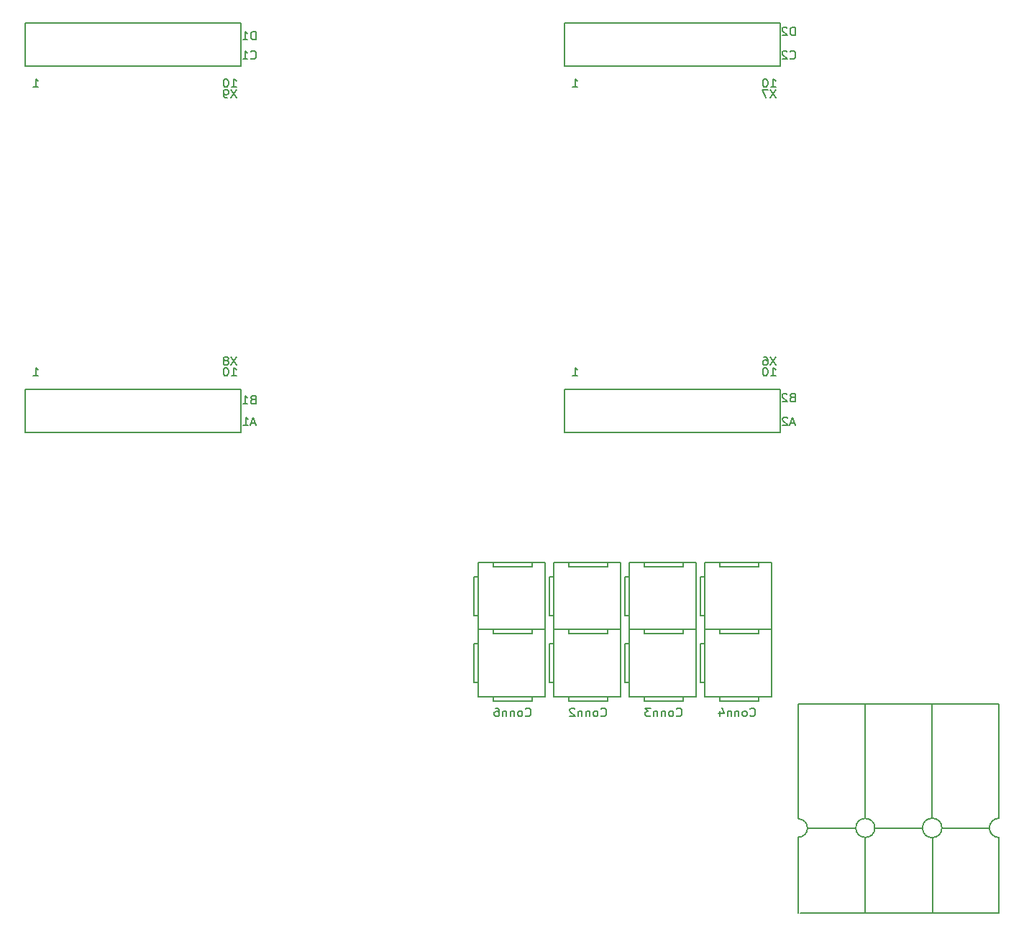
<source format=gbr>
%TF.GenerationSoftware,KiCad,Pcbnew,(5.1.6)-1*%
%TF.CreationDate,2020-11-24T13:28:34-06:00*%
%TF.ProjectId,Armboard,41726d62-6f61-4726-942e-6b696361645f,rev?*%
%TF.SameCoordinates,Original*%
%TF.FileFunction,Legend,Bot*%
%TF.FilePolarity,Positive*%
%FSLAX46Y46*%
G04 Gerber Fmt 4.6, Leading zero omitted, Abs format (unit mm)*
G04 Created by KiCad (PCBNEW (5.1.6)-1) date 2020-11-24 13:28:34*
%MOMM*%
%LPD*%
G01*
G04 APERTURE LIST*
%ADD10C,0.150000*%
G04 APERTURE END LIST*
D10*
%TO.C,U2*%
X100584000Y-103632000D02*
X100584000Y-98552000D01*
X100584000Y-98552000D02*
X75184000Y-98552000D01*
X75184000Y-98552000D02*
X75184000Y-103632000D01*
X75184000Y-103632000D02*
X100584000Y-103632000D01*
X100584000Y-60452000D02*
X100584000Y-55372000D01*
X100584000Y-55372000D02*
X75184000Y-55372000D01*
X75184000Y-55372000D02*
X75184000Y-60452000D01*
X75184000Y-60452000D02*
X100584000Y-60452000D01*
X164084000Y-98552000D02*
X138684000Y-98552000D01*
X138684000Y-60452000D02*
X164084000Y-60452000D01*
X164084000Y-103632000D02*
X164084000Y-98552000D01*
X138684000Y-98552000D02*
X138684000Y-103632000D01*
X138684000Y-103632000D02*
X164084000Y-103632000D01*
X164084000Y-60452000D02*
X164084000Y-55372000D01*
X164084000Y-55372000D02*
X138684000Y-55372000D01*
X138684000Y-55372000D02*
X138684000Y-60452000D01*
%TO.C,Conn1*%
X172948600Y-150241000D02*
X167386000Y-150241000D01*
X175234600Y-150241000D02*
G75*
G03*
X175234600Y-150241000I-1117600J0D01*
G01*
X166243000Y-151384000D02*
X166243000Y-160274000D01*
X166243000Y-149123400D02*
X166243000Y-135640000D01*
X189865000Y-151384000D02*
X189865000Y-152603200D01*
X174117000Y-147929600D02*
X174117000Y-149123400D01*
X176428400Y-150241000D02*
X175260000Y-150241000D01*
X174117000Y-152552400D02*
X174117000Y-151384000D01*
X189865000Y-147980400D02*
X189865000Y-149072600D01*
X188722000Y-150241000D02*
X187553600Y-150241000D01*
X179705000Y-150241000D02*
X180848000Y-150241000D01*
X182016400Y-160274000D02*
X182016400Y-151384000D01*
X184277000Y-150241000D02*
X183134000Y-150241000D01*
X181991000Y-147955000D02*
X181991000Y-149098000D01*
X179705000Y-150241000D02*
X176403000Y-150241000D01*
X181991000Y-147955000D02*
X181991000Y-135636000D01*
X184277000Y-150241000D02*
X187553600Y-150241000D01*
X183134000Y-150241000D02*
G75*
G03*
X183134000Y-150241000I-1143000J0D01*
G01*
X174117000Y-147955000D02*
X174117000Y-135636000D01*
X174117000Y-152527000D02*
X174117000Y-160274000D01*
X189865000Y-160274000D02*
X189865000Y-152527000D01*
X189865000Y-147955000D02*
X189865000Y-135636000D01*
X166495000Y-160278000D02*
X189867000Y-160278000D01*
X166243000Y-135640000D02*
X189867000Y-135640000D01*
X189865000Y-151384000D02*
G75*
G02*
X188722000Y-150241000I0J1143000D01*
G01*
X188722000Y-150241000D02*
G75*
G02*
X189865000Y-149098000I1143000J0D01*
G01*
X167309800Y-150266400D02*
G75*
G02*
X166243000Y-151333200I-1066800J0D01*
G01*
X166243000Y-149174200D02*
G75*
G02*
X167309800Y-150241000I0J-1066800D01*
G01*
%TO.C,Conn4*%
X155220000Y-126860000D02*
X155220000Y-134760000D01*
X163120000Y-126860000D02*
X163120000Y-134760000D01*
X161570000Y-134760000D02*
X161570000Y-135268000D01*
X156998000Y-135268000D02*
X156998000Y-134760000D01*
X161570000Y-135268000D02*
X156998000Y-135268000D01*
X155220000Y-133109000D02*
X154712000Y-133109000D01*
X154712000Y-133109000D02*
X154712000Y-128537000D01*
X154712000Y-128537000D02*
X155220000Y-128537000D01*
X155220000Y-134760000D02*
X163120000Y-134760000D01*
X161570000Y-127368600D02*
X156998000Y-127368600D01*
X155220000Y-126860000D02*
X163120000Y-126860000D01*
X156998000Y-127368600D02*
X156998000Y-126860600D01*
X161570000Y-126860600D02*
X161570000Y-127368600D01*
X155220000Y-125232000D02*
X154712000Y-125232000D01*
X163120000Y-118960000D02*
X163120000Y-126860000D01*
X154712000Y-125232000D02*
X154712000Y-120660000D01*
X154712000Y-120660000D02*
X155220000Y-120660000D01*
X156998000Y-119468000D02*
X156998000Y-118960000D01*
X161570000Y-118960000D02*
X161570000Y-119468000D01*
X155220000Y-118960000D02*
X155220000Y-126860000D01*
X155220000Y-118960000D02*
X163120000Y-118960000D01*
X161570000Y-119468000D02*
X156998000Y-119468000D01*
%TO.C,Conn3*%
X146304000Y-126847000D02*
X146304000Y-134747000D01*
X154204000Y-126847000D02*
X154204000Y-134747000D01*
X152654000Y-134747000D02*
X152654000Y-135255000D01*
X148082000Y-135255000D02*
X148082000Y-134747000D01*
X152654000Y-135255000D02*
X148082000Y-135255000D01*
X146304000Y-133096000D02*
X145796000Y-133096000D01*
X145796000Y-133096000D02*
X145796000Y-128524000D01*
X145796000Y-128524000D02*
X146304000Y-128524000D01*
X146304000Y-134747000D02*
X154204000Y-134747000D01*
X152654000Y-127355600D02*
X148082000Y-127355600D01*
X146304000Y-126847000D02*
X154204000Y-126847000D01*
X148082000Y-127355600D02*
X148082000Y-126847600D01*
X152654000Y-126847600D02*
X152654000Y-127355600D01*
X146304000Y-125219000D02*
X145796000Y-125219000D01*
X154204000Y-118947000D02*
X154204000Y-126847000D01*
X145796000Y-125219000D02*
X145796000Y-120647000D01*
X145796000Y-120647000D02*
X146304000Y-120647000D01*
X148082000Y-119455000D02*
X148082000Y-118947000D01*
X152654000Y-118947000D02*
X152654000Y-119455000D01*
X146304000Y-118947000D02*
X146304000Y-126847000D01*
X146304000Y-118947000D02*
X154204000Y-118947000D01*
X152654000Y-119455000D02*
X148082000Y-119455000D01*
%TO.C,Conn2*%
X137440000Y-126860000D02*
X137440000Y-134760000D01*
X145340000Y-126860000D02*
X145340000Y-134760000D01*
X143790000Y-134760000D02*
X143790000Y-135268000D01*
X139218000Y-135268000D02*
X139218000Y-134760000D01*
X143790000Y-135268000D02*
X139218000Y-135268000D01*
X137440000Y-133109000D02*
X136932000Y-133109000D01*
X136932000Y-133109000D02*
X136932000Y-128537000D01*
X136932000Y-128537000D02*
X137440000Y-128537000D01*
X137440000Y-134760000D02*
X145340000Y-134760000D01*
X143790000Y-127368600D02*
X139218000Y-127368600D01*
X137440000Y-126860000D02*
X145340000Y-126860000D01*
X139218000Y-127368600D02*
X139218000Y-126860600D01*
X143790000Y-126860600D02*
X143790000Y-127368600D01*
X137440000Y-125232000D02*
X136932000Y-125232000D01*
X145340000Y-118960000D02*
X145340000Y-126860000D01*
X136932000Y-125232000D02*
X136932000Y-120660000D01*
X136932000Y-120660000D02*
X137440000Y-120660000D01*
X139218000Y-119468000D02*
X139218000Y-118960000D01*
X143790000Y-118960000D02*
X143790000Y-119468000D01*
X137440000Y-118960000D02*
X137440000Y-126860000D01*
X137440000Y-118960000D02*
X145340000Y-118960000D01*
X143790000Y-119468000D02*
X139218000Y-119468000D01*
%TO.C,Conn6*%
X128550000Y-126860000D02*
X128550000Y-134760000D01*
X136450000Y-126860000D02*
X136450000Y-134760000D01*
X134900000Y-134760000D02*
X134900000Y-135268000D01*
X130328000Y-135268000D02*
X130328000Y-134760000D01*
X134900000Y-135268000D02*
X130328000Y-135268000D01*
X128550000Y-133109000D02*
X128042000Y-133109000D01*
X128042000Y-133109000D02*
X128042000Y-128537000D01*
X128042000Y-128537000D02*
X128550000Y-128537000D01*
X128550000Y-134760000D02*
X136450000Y-134760000D01*
X134900000Y-127368600D02*
X130328000Y-127368600D01*
X128550000Y-126860000D02*
X136450000Y-126860000D01*
X130328000Y-127368600D02*
X130328000Y-126860600D01*
X134900000Y-126860600D02*
X134900000Y-127368600D01*
X128550000Y-125232000D02*
X128042000Y-125232000D01*
X136450000Y-118960000D02*
X136450000Y-126860000D01*
X128042000Y-125232000D02*
X128042000Y-120660000D01*
X128042000Y-120660000D02*
X128550000Y-120660000D01*
X130328000Y-119468000D02*
X130328000Y-118960000D01*
X134900000Y-118960000D02*
X134900000Y-119468000D01*
X128550000Y-118960000D02*
X128550000Y-126860000D01*
X128550000Y-118960000D02*
X136450000Y-118960000D01*
X134900000Y-119468000D02*
X130328000Y-119468000D01*
%TO.C,U2*%
X76168285Y-96972380D02*
X76739714Y-96972380D01*
X76454000Y-96972380D02*
X76454000Y-95972380D01*
X76549238Y-96115238D01*
X76644476Y-96210476D01*
X76739714Y-96258095D01*
X76168285Y-62936380D02*
X76739714Y-62936380D01*
X76454000Y-62936380D02*
X76454000Y-61936380D01*
X76549238Y-62079238D01*
X76644476Y-62174476D01*
X76739714Y-62222095D01*
X139668285Y-62936380D02*
X140239714Y-62936380D01*
X139954000Y-62936380D02*
X139954000Y-61936380D01*
X140049238Y-62079238D01*
X140144476Y-62174476D01*
X140239714Y-62222095D01*
X165814285Y-102528666D02*
X165338095Y-102528666D01*
X165909523Y-102814380D02*
X165576190Y-101814380D01*
X165242857Y-102814380D01*
X164957142Y-101909619D02*
X164909523Y-101862000D01*
X164814285Y-101814380D01*
X164576190Y-101814380D01*
X164480952Y-101862000D01*
X164433333Y-101909619D01*
X164385714Y-102004857D01*
X164385714Y-102100095D01*
X164433333Y-102242952D01*
X165004761Y-102814380D01*
X164385714Y-102814380D01*
X165504761Y-99496571D02*
X165361904Y-99544190D01*
X165314285Y-99591809D01*
X165266666Y-99687047D01*
X165266666Y-99829904D01*
X165314285Y-99925142D01*
X165361904Y-99972761D01*
X165457142Y-100020380D01*
X165838095Y-100020380D01*
X165838095Y-99020380D01*
X165504761Y-99020380D01*
X165409523Y-99068000D01*
X165361904Y-99115619D01*
X165314285Y-99210857D01*
X165314285Y-99306095D01*
X165361904Y-99401333D01*
X165409523Y-99448952D01*
X165504761Y-99496571D01*
X165838095Y-99496571D01*
X164885714Y-99115619D02*
X164838095Y-99068000D01*
X164742857Y-99020380D01*
X164504761Y-99020380D01*
X164409523Y-99068000D01*
X164361904Y-99115619D01*
X164314285Y-99210857D01*
X164314285Y-99306095D01*
X164361904Y-99448952D01*
X164933333Y-100020380D01*
X164314285Y-100020380D01*
X102314285Y-102528666D02*
X101838095Y-102528666D01*
X102409523Y-102814380D02*
X102076190Y-101814380D01*
X101742857Y-102814380D01*
X100885714Y-102814380D02*
X101457142Y-102814380D01*
X101171428Y-102814380D02*
X101171428Y-101814380D01*
X101266666Y-101957238D01*
X101361904Y-102052476D01*
X101457142Y-102100095D01*
X102004761Y-99750571D02*
X101861904Y-99798190D01*
X101814285Y-99845809D01*
X101766666Y-99941047D01*
X101766666Y-100083904D01*
X101814285Y-100179142D01*
X101861904Y-100226761D01*
X101957142Y-100274380D01*
X102338095Y-100274380D01*
X102338095Y-99274380D01*
X102004761Y-99274380D01*
X101909523Y-99322000D01*
X101861904Y-99369619D01*
X101814285Y-99464857D01*
X101814285Y-99560095D01*
X101861904Y-99655333D01*
X101909523Y-99702952D01*
X102004761Y-99750571D01*
X102338095Y-99750571D01*
X100814285Y-100274380D02*
X101385714Y-100274380D01*
X101100000Y-100274380D02*
X101100000Y-99274380D01*
X101195238Y-99417238D01*
X101290476Y-99512476D01*
X101385714Y-99560095D01*
X165838095Y-56840380D02*
X165838095Y-55840380D01*
X165600000Y-55840380D01*
X165457142Y-55888000D01*
X165361904Y-55983238D01*
X165314285Y-56078476D01*
X165266666Y-56268952D01*
X165266666Y-56411809D01*
X165314285Y-56602285D01*
X165361904Y-56697523D01*
X165457142Y-56792761D01*
X165600000Y-56840380D01*
X165838095Y-56840380D01*
X164885714Y-55935619D02*
X164838095Y-55888000D01*
X164742857Y-55840380D01*
X164504761Y-55840380D01*
X164409523Y-55888000D01*
X164361904Y-55935619D01*
X164314285Y-56030857D01*
X164314285Y-56126095D01*
X164361904Y-56268952D01*
X164933333Y-56840380D01*
X164314285Y-56840380D01*
X165266666Y-59539142D02*
X165314285Y-59586761D01*
X165457142Y-59634380D01*
X165552380Y-59634380D01*
X165695238Y-59586761D01*
X165790476Y-59491523D01*
X165838095Y-59396285D01*
X165885714Y-59205809D01*
X165885714Y-59062952D01*
X165838095Y-58872476D01*
X165790476Y-58777238D01*
X165695238Y-58682000D01*
X165552380Y-58634380D01*
X165457142Y-58634380D01*
X165314285Y-58682000D01*
X165266666Y-58729619D01*
X164885714Y-58729619D02*
X164838095Y-58682000D01*
X164742857Y-58634380D01*
X164504761Y-58634380D01*
X164409523Y-58682000D01*
X164361904Y-58729619D01*
X164314285Y-58824857D01*
X164314285Y-58920095D01*
X164361904Y-59062952D01*
X164933333Y-59634380D01*
X164314285Y-59634380D01*
X102338095Y-57348380D02*
X102338095Y-56348380D01*
X102100000Y-56348380D01*
X101957142Y-56396000D01*
X101861904Y-56491238D01*
X101814285Y-56586476D01*
X101766666Y-56776952D01*
X101766666Y-56919809D01*
X101814285Y-57110285D01*
X101861904Y-57205523D01*
X101957142Y-57300761D01*
X102100000Y-57348380D01*
X102338095Y-57348380D01*
X100814285Y-57348380D02*
X101385714Y-57348380D01*
X101100000Y-57348380D02*
X101100000Y-56348380D01*
X101195238Y-56491238D01*
X101290476Y-56586476D01*
X101385714Y-56634095D01*
X101766666Y-59539142D02*
X101814285Y-59586761D01*
X101957142Y-59634380D01*
X102052380Y-59634380D01*
X102195238Y-59586761D01*
X102290476Y-59491523D01*
X102338095Y-59396285D01*
X102385714Y-59205809D01*
X102385714Y-59062952D01*
X102338095Y-58872476D01*
X102290476Y-58777238D01*
X102195238Y-58682000D01*
X102052380Y-58634380D01*
X101957142Y-58634380D01*
X101814285Y-58682000D01*
X101766666Y-58729619D01*
X100814285Y-59634380D02*
X101385714Y-59634380D01*
X101100000Y-59634380D02*
X101100000Y-58634380D01*
X101195238Y-58777238D01*
X101290476Y-58872476D01*
X101385714Y-58920095D01*
X163623523Y-94702380D02*
X162956857Y-95702380D01*
X162956857Y-94702380D02*
X163623523Y-95702380D01*
X162147333Y-94702380D02*
X162337809Y-94702380D01*
X162433047Y-94750000D01*
X162480666Y-94797619D01*
X162575904Y-94940476D01*
X162623523Y-95130952D01*
X162623523Y-95511904D01*
X162575904Y-95607142D01*
X162528285Y-95654761D01*
X162433047Y-95702380D01*
X162242571Y-95702380D01*
X162147333Y-95654761D01*
X162099714Y-95607142D01*
X162052095Y-95511904D01*
X162052095Y-95273809D01*
X162099714Y-95178571D01*
X162147333Y-95130952D01*
X162242571Y-95083333D01*
X162433047Y-95083333D01*
X162528285Y-95130952D01*
X162575904Y-95178571D01*
X162623523Y-95273809D01*
X163623523Y-63206380D02*
X162956857Y-64206380D01*
X162956857Y-63206380D02*
X163623523Y-64206380D01*
X162671142Y-63206380D02*
X162004476Y-63206380D01*
X162433047Y-64206380D01*
X100123523Y-94702380D02*
X99456857Y-95702380D01*
X99456857Y-94702380D02*
X100123523Y-95702380D01*
X98933047Y-95130952D02*
X99028285Y-95083333D01*
X99075904Y-95035714D01*
X99123523Y-94940476D01*
X99123523Y-94892857D01*
X99075904Y-94797619D01*
X99028285Y-94750000D01*
X98933047Y-94702380D01*
X98742571Y-94702380D01*
X98647333Y-94750000D01*
X98599714Y-94797619D01*
X98552095Y-94892857D01*
X98552095Y-94940476D01*
X98599714Y-95035714D01*
X98647333Y-95083333D01*
X98742571Y-95130952D01*
X98933047Y-95130952D01*
X99028285Y-95178571D01*
X99075904Y-95226190D01*
X99123523Y-95321428D01*
X99123523Y-95511904D01*
X99075904Y-95607142D01*
X99028285Y-95654761D01*
X98933047Y-95702380D01*
X98742571Y-95702380D01*
X98647333Y-95654761D01*
X98599714Y-95607142D01*
X98552095Y-95511904D01*
X98552095Y-95321428D01*
X98599714Y-95226190D01*
X98647333Y-95178571D01*
X98742571Y-95130952D01*
X100123523Y-63206380D02*
X99456857Y-64206380D01*
X99456857Y-63206380D02*
X100123523Y-64206380D01*
X99028285Y-64206380D02*
X98837809Y-64206380D01*
X98742571Y-64158761D01*
X98694952Y-64111142D01*
X98599714Y-63968285D01*
X98552095Y-63777809D01*
X98552095Y-63396857D01*
X98599714Y-63301619D01*
X98647333Y-63254000D01*
X98742571Y-63206380D01*
X98933047Y-63206380D01*
X99028285Y-63254000D01*
X99075904Y-63301619D01*
X99123523Y-63396857D01*
X99123523Y-63634952D01*
X99075904Y-63730190D01*
X99028285Y-63777809D01*
X98933047Y-63825428D01*
X98742571Y-63825428D01*
X98647333Y-63777809D01*
X98599714Y-63730190D01*
X98552095Y-63634952D01*
X139668285Y-96972380D02*
X140239714Y-96972380D01*
X139954000Y-96972380D02*
X139954000Y-95972380D01*
X140049238Y-96115238D01*
X140144476Y-96210476D01*
X140239714Y-96258095D01*
X163004476Y-96972380D02*
X163575904Y-96972380D01*
X163290190Y-96972380D02*
X163290190Y-95972380D01*
X163385428Y-96115238D01*
X163480666Y-96210476D01*
X163575904Y-96258095D01*
X162385428Y-95972380D02*
X162290190Y-95972380D01*
X162194952Y-96020000D01*
X162147333Y-96067619D01*
X162099714Y-96162857D01*
X162052095Y-96353333D01*
X162052095Y-96591428D01*
X162099714Y-96781904D01*
X162147333Y-96877142D01*
X162194952Y-96924761D01*
X162290190Y-96972380D01*
X162385428Y-96972380D01*
X162480666Y-96924761D01*
X162528285Y-96877142D01*
X162575904Y-96781904D01*
X162623523Y-96591428D01*
X162623523Y-96353333D01*
X162575904Y-96162857D01*
X162528285Y-96067619D01*
X162480666Y-96020000D01*
X162385428Y-95972380D01*
X163004476Y-62936380D02*
X163575904Y-62936380D01*
X163290190Y-62936380D02*
X163290190Y-61936380D01*
X163385428Y-62079238D01*
X163480666Y-62174476D01*
X163575904Y-62222095D01*
X162385428Y-61936380D02*
X162290190Y-61936380D01*
X162194952Y-61984000D01*
X162147333Y-62031619D01*
X162099714Y-62126857D01*
X162052095Y-62317333D01*
X162052095Y-62555428D01*
X162099714Y-62745904D01*
X162147333Y-62841142D01*
X162194952Y-62888761D01*
X162290190Y-62936380D01*
X162385428Y-62936380D01*
X162480666Y-62888761D01*
X162528285Y-62841142D01*
X162575904Y-62745904D01*
X162623523Y-62555428D01*
X162623523Y-62317333D01*
X162575904Y-62126857D01*
X162528285Y-62031619D01*
X162480666Y-61984000D01*
X162385428Y-61936380D01*
X99504476Y-96972380D02*
X100075904Y-96972380D01*
X99790190Y-96972380D02*
X99790190Y-95972380D01*
X99885428Y-96115238D01*
X99980666Y-96210476D01*
X100075904Y-96258095D01*
X98885428Y-95972380D02*
X98790190Y-95972380D01*
X98694952Y-96020000D01*
X98647333Y-96067619D01*
X98599714Y-96162857D01*
X98552095Y-96353333D01*
X98552095Y-96591428D01*
X98599714Y-96781904D01*
X98647333Y-96877142D01*
X98694952Y-96924761D01*
X98790190Y-96972380D01*
X98885428Y-96972380D01*
X98980666Y-96924761D01*
X99028285Y-96877142D01*
X99075904Y-96781904D01*
X99123523Y-96591428D01*
X99123523Y-96353333D01*
X99075904Y-96162857D01*
X99028285Y-96067619D01*
X98980666Y-96020000D01*
X98885428Y-95972380D01*
X99504476Y-62936380D02*
X100075904Y-62936380D01*
X99790190Y-62936380D02*
X99790190Y-61936380D01*
X99885428Y-62079238D01*
X99980666Y-62174476D01*
X100075904Y-62222095D01*
X98885428Y-61936380D02*
X98790190Y-61936380D01*
X98694952Y-61984000D01*
X98647333Y-62031619D01*
X98599714Y-62126857D01*
X98552095Y-62317333D01*
X98552095Y-62555428D01*
X98599714Y-62745904D01*
X98647333Y-62841142D01*
X98694952Y-62888761D01*
X98790190Y-62936380D01*
X98885428Y-62936380D01*
X98980666Y-62888761D01*
X99028285Y-62841142D01*
X99075904Y-62745904D01*
X99123523Y-62555428D01*
X99123523Y-62317333D01*
X99075904Y-62126857D01*
X99028285Y-62031619D01*
X98980666Y-61984000D01*
X98885428Y-61936380D01*
%TO.C,Conn4*%
X160553809Y-137009142D02*
X160601428Y-137056761D01*
X160744285Y-137104380D01*
X160839523Y-137104380D01*
X160982380Y-137056761D01*
X161077619Y-136961523D01*
X161125238Y-136866285D01*
X161172857Y-136675809D01*
X161172857Y-136532952D01*
X161125238Y-136342476D01*
X161077619Y-136247238D01*
X160982380Y-136152000D01*
X160839523Y-136104380D01*
X160744285Y-136104380D01*
X160601428Y-136152000D01*
X160553809Y-136199619D01*
X159982380Y-137104380D02*
X160077619Y-137056761D01*
X160125238Y-137009142D01*
X160172857Y-136913904D01*
X160172857Y-136628190D01*
X160125238Y-136532952D01*
X160077619Y-136485333D01*
X159982380Y-136437714D01*
X159839523Y-136437714D01*
X159744285Y-136485333D01*
X159696666Y-136532952D01*
X159649047Y-136628190D01*
X159649047Y-136913904D01*
X159696666Y-137009142D01*
X159744285Y-137056761D01*
X159839523Y-137104380D01*
X159982380Y-137104380D01*
X159220476Y-136437714D02*
X159220476Y-137104380D01*
X159220476Y-136532952D02*
X159172857Y-136485333D01*
X159077619Y-136437714D01*
X158934761Y-136437714D01*
X158839523Y-136485333D01*
X158791904Y-136580571D01*
X158791904Y-137104380D01*
X158315714Y-136437714D02*
X158315714Y-137104380D01*
X158315714Y-136532952D02*
X158268095Y-136485333D01*
X158172857Y-136437714D01*
X158030000Y-136437714D01*
X157934761Y-136485333D01*
X157887142Y-136580571D01*
X157887142Y-137104380D01*
X156982380Y-136437714D02*
X156982380Y-137104380D01*
X157220476Y-136056761D02*
X157458571Y-136771047D01*
X156839523Y-136771047D01*
%TO.C,Conn3*%
X151891809Y-137009142D02*
X151939428Y-137056761D01*
X152082285Y-137104380D01*
X152177523Y-137104380D01*
X152320380Y-137056761D01*
X152415619Y-136961523D01*
X152463238Y-136866285D01*
X152510857Y-136675809D01*
X152510857Y-136532952D01*
X152463238Y-136342476D01*
X152415619Y-136247238D01*
X152320380Y-136152000D01*
X152177523Y-136104380D01*
X152082285Y-136104380D01*
X151939428Y-136152000D01*
X151891809Y-136199619D01*
X151320380Y-137104380D02*
X151415619Y-137056761D01*
X151463238Y-137009142D01*
X151510857Y-136913904D01*
X151510857Y-136628190D01*
X151463238Y-136532952D01*
X151415619Y-136485333D01*
X151320380Y-136437714D01*
X151177523Y-136437714D01*
X151082285Y-136485333D01*
X151034666Y-136532952D01*
X150987047Y-136628190D01*
X150987047Y-136913904D01*
X151034666Y-137009142D01*
X151082285Y-137056761D01*
X151177523Y-137104380D01*
X151320380Y-137104380D01*
X150558476Y-136437714D02*
X150558476Y-137104380D01*
X150558476Y-136532952D02*
X150510857Y-136485333D01*
X150415619Y-136437714D01*
X150272761Y-136437714D01*
X150177523Y-136485333D01*
X150129904Y-136580571D01*
X150129904Y-137104380D01*
X149653714Y-136437714D02*
X149653714Y-137104380D01*
X149653714Y-136532952D02*
X149606095Y-136485333D01*
X149510857Y-136437714D01*
X149368000Y-136437714D01*
X149272761Y-136485333D01*
X149225142Y-136580571D01*
X149225142Y-137104380D01*
X148844190Y-136104380D02*
X148225142Y-136104380D01*
X148558476Y-136485333D01*
X148415619Y-136485333D01*
X148320380Y-136532952D01*
X148272761Y-136580571D01*
X148225142Y-136675809D01*
X148225142Y-136913904D01*
X148272761Y-137009142D01*
X148320380Y-137056761D01*
X148415619Y-137104380D01*
X148701333Y-137104380D01*
X148796571Y-137056761D01*
X148844190Y-137009142D01*
%TO.C,Conn2*%
X143001809Y-137009142D02*
X143049428Y-137056761D01*
X143192285Y-137104380D01*
X143287523Y-137104380D01*
X143430380Y-137056761D01*
X143525619Y-136961523D01*
X143573238Y-136866285D01*
X143620857Y-136675809D01*
X143620857Y-136532952D01*
X143573238Y-136342476D01*
X143525619Y-136247238D01*
X143430380Y-136152000D01*
X143287523Y-136104380D01*
X143192285Y-136104380D01*
X143049428Y-136152000D01*
X143001809Y-136199619D01*
X142430380Y-137104380D02*
X142525619Y-137056761D01*
X142573238Y-137009142D01*
X142620857Y-136913904D01*
X142620857Y-136628190D01*
X142573238Y-136532952D01*
X142525619Y-136485333D01*
X142430380Y-136437714D01*
X142287523Y-136437714D01*
X142192285Y-136485333D01*
X142144666Y-136532952D01*
X142097047Y-136628190D01*
X142097047Y-136913904D01*
X142144666Y-137009142D01*
X142192285Y-137056761D01*
X142287523Y-137104380D01*
X142430380Y-137104380D01*
X141668476Y-136437714D02*
X141668476Y-137104380D01*
X141668476Y-136532952D02*
X141620857Y-136485333D01*
X141525619Y-136437714D01*
X141382761Y-136437714D01*
X141287523Y-136485333D01*
X141239904Y-136580571D01*
X141239904Y-137104380D01*
X140763714Y-136437714D02*
X140763714Y-137104380D01*
X140763714Y-136532952D02*
X140716095Y-136485333D01*
X140620857Y-136437714D01*
X140478000Y-136437714D01*
X140382761Y-136485333D01*
X140335142Y-136580571D01*
X140335142Y-137104380D01*
X139906571Y-136199619D02*
X139858952Y-136152000D01*
X139763714Y-136104380D01*
X139525619Y-136104380D01*
X139430380Y-136152000D01*
X139382761Y-136199619D01*
X139335142Y-136294857D01*
X139335142Y-136390095D01*
X139382761Y-136532952D01*
X139954190Y-137104380D01*
X139335142Y-137104380D01*
%TO.C,Conn6*%
X134111809Y-137009142D02*
X134159428Y-137056761D01*
X134302285Y-137104380D01*
X134397523Y-137104380D01*
X134540380Y-137056761D01*
X134635619Y-136961523D01*
X134683238Y-136866285D01*
X134730857Y-136675809D01*
X134730857Y-136532952D01*
X134683238Y-136342476D01*
X134635619Y-136247238D01*
X134540380Y-136152000D01*
X134397523Y-136104380D01*
X134302285Y-136104380D01*
X134159428Y-136152000D01*
X134111809Y-136199619D01*
X133540380Y-137104380D02*
X133635619Y-137056761D01*
X133683238Y-137009142D01*
X133730857Y-136913904D01*
X133730857Y-136628190D01*
X133683238Y-136532952D01*
X133635619Y-136485333D01*
X133540380Y-136437714D01*
X133397523Y-136437714D01*
X133302285Y-136485333D01*
X133254666Y-136532952D01*
X133207047Y-136628190D01*
X133207047Y-136913904D01*
X133254666Y-137009142D01*
X133302285Y-137056761D01*
X133397523Y-137104380D01*
X133540380Y-137104380D01*
X132778476Y-136437714D02*
X132778476Y-137104380D01*
X132778476Y-136532952D02*
X132730857Y-136485333D01*
X132635619Y-136437714D01*
X132492761Y-136437714D01*
X132397523Y-136485333D01*
X132349904Y-136580571D01*
X132349904Y-137104380D01*
X131873714Y-136437714D02*
X131873714Y-137104380D01*
X131873714Y-136532952D02*
X131826095Y-136485333D01*
X131730857Y-136437714D01*
X131588000Y-136437714D01*
X131492761Y-136485333D01*
X131445142Y-136580571D01*
X131445142Y-137104380D01*
X130540380Y-136104380D02*
X130730857Y-136104380D01*
X130826095Y-136152000D01*
X130873714Y-136199619D01*
X130968952Y-136342476D01*
X131016571Y-136532952D01*
X131016571Y-136913904D01*
X130968952Y-137009142D01*
X130921333Y-137056761D01*
X130826095Y-137104380D01*
X130635619Y-137104380D01*
X130540380Y-137056761D01*
X130492761Y-137009142D01*
X130445142Y-136913904D01*
X130445142Y-136675809D01*
X130492761Y-136580571D01*
X130540380Y-136532952D01*
X130635619Y-136485333D01*
X130826095Y-136485333D01*
X130921333Y-136532952D01*
X130968952Y-136580571D01*
X131016571Y-136675809D01*
%TD*%
M02*

</source>
